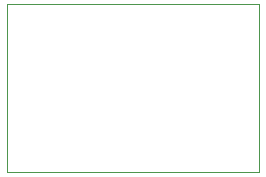
<source format=gbr>
G04 #@! TF.FileFunction,Profile,NP*
%FSLAX46Y46*%
G04 Gerber Fmt 4.6, Leading zero omitted, Abs format (unit mm)*
G04 Created by KiCad (PCBNEW (2015-02-03 BZR 5404)-product) date 2016-5-14 22:59:47*
%MOMM*%
G01*
G04 APERTURE LIST*
%ADD10C,0.150000*%
%ADD11C,0.100000*%
G04 APERTURE END LIST*
D10*
D11*
X209550000Y-157988000D02*
X209550000Y-157734000D01*
X188214000Y-157988000D02*
X209550000Y-157988000D01*
X188214000Y-157734000D02*
X188214000Y-157988000D01*
X188214000Y-157734000D02*
X188214000Y-143764000D01*
X209550000Y-143764000D02*
X209550000Y-157734000D01*
X188214000Y-143764000D02*
X209550000Y-143764000D01*
M02*

</source>
